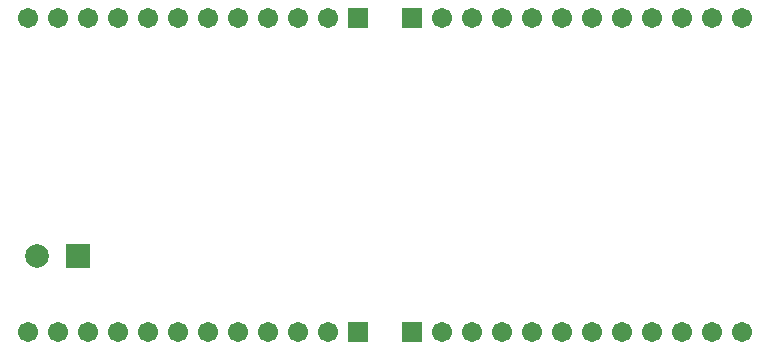
<source format=gbr>
G04*
G04 #@! TF.GenerationSoftware,Altium Limited,Altium Designer,23.8.1 (32)*
G04*
G04 Layer_Color=16711935*
%FSLAX25Y25*%
%MOIN*%
G70*
G04*
G04 #@! TF.SameCoordinates,08085802-0E6A-4E4E-A806-44F487ACA516*
G04*
G04*
G04 #@! TF.FilePolarity,Negative*
G04*
G01*
G75*
%ADD62R,0.07887X0.07887*%
%ADD63C,0.07887*%
%ADD64R,0.06706X0.06706*%
%ADD65C,0.06706*%
D62*
X203500Y221200D02*
D03*
D63*
X189720D02*
D03*
D64*
X297000Y196000D02*
D03*
X315000D02*
D03*
Y300500D02*
D03*
X297000D02*
D03*
D65*
X287000Y196000D02*
D03*
X277000D02*
D03*
X267000D02*
D03*
X257000D02*
D03*
X247000D02*
D03*
X237000D02*
D03*
X227000D02*
D03*
X217000D02*
D03*
X207000D02*
D03*
X197000D02*
D03*
X187000D02*
D03*
X325000D02*
D03*
X335000D02*
D03*
X345000D02*
D03*
X355000D02*
D03*
X365000D02*
D03*
X375000D02*
D03*
X385000D02*
D03*
X395000D02*
D03*
X405000D02*
D03*
X415000D02*
D03*
X425000D02*
D03*
X325000Y300500D02*
D03*
X335000D02*
D03*
X345000D02*
D03*
X355000D02*
D03*
X365000D02*
D03*
X375000D02*
D03*
X385000D02*
D03*
X395000D02*
D03*
X405000D02*
D03*
X415000D02*
D03*
X425000D02*
D03*
X187000D02*
D03*
X197000D02*
D03*
X207000D02*
D03*
X217000D02*
D03*
X227000D02*
D03*
X237000D02*
D03*
X247000D02*
D03*
X257000D02*
D03*
X267000D02*
D03*
X277000D02*
D03*
X287000D02*
D03*
M02*

</source>
